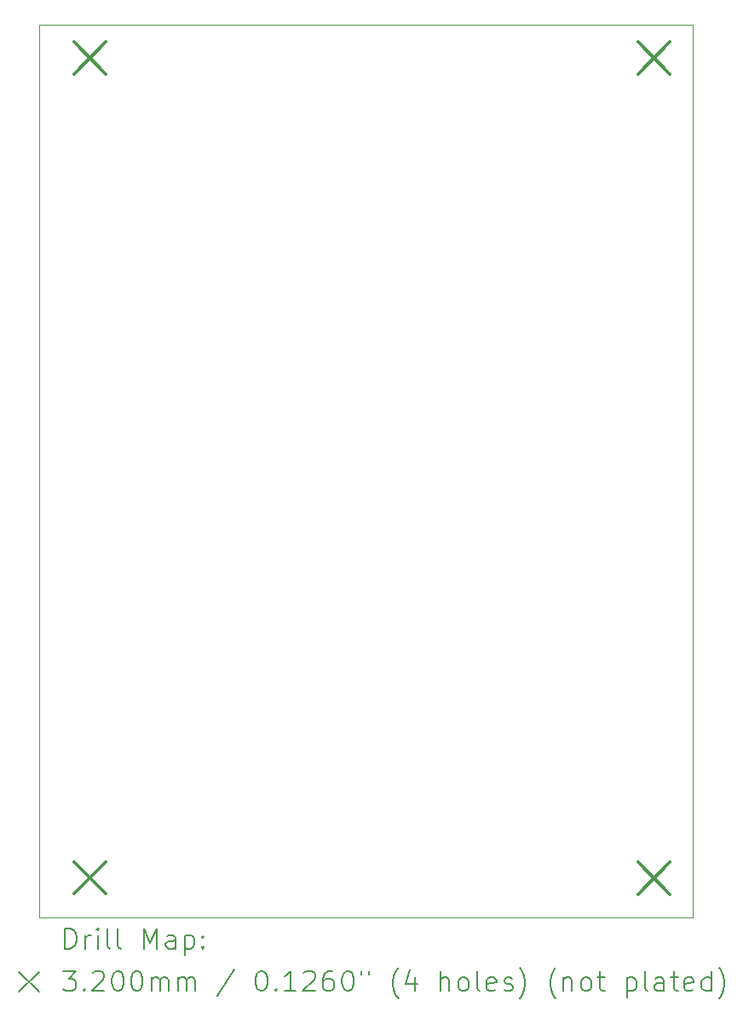
<source format=gbr>
%TF.GenerationSoftware,KiCad,Pcbnew,8.0.1*%
%TF.CreationDate,2025-03-07T14:58:42+02:00*%
%TF.ProjectId,robosoccer 3,726f626f-736f-4636-9365-7220332e6b69,rev?*%
%TF.SameCoordinates,Original*%
%TF.FileFunction,Drillmap*%
%TF.FilePolarity,Positive*%
%FSLAX45Y45*%
G04 Gerber Fmt 4.5, Leading zero omitted, Abs format (unit mm)*
G04 Created by KiCad (PCBNEW 8.0.1) date 2025-03-07 14:58:42*
%MOMM*%
%LPD*%
G01*
G04 APERTURE LIST*
%ADD10C,0.050000*%
%ADD11C,0.200000*%
%ADD12C,0.320000*%
G04 APERTURE END LIST*
D10*
X7168000Y-8035000D02*
X13661000Y-8035000D01*
X13661000Y-16898000D01*
X7168000Y-16898000D01*
X7168000Y-8035000D01*
D11*
D12*
X7512000Y-8209000D02*
X7832000Y-8529000D01*
X7832000Y-8209000D02*
X7512000Y-8529000D01*
X7512000Y-16348000D02*
X7832000Y-16668000D01*
X7832000Y-16348000D02*
X7512000Y-16668000D01*
X13117000Y-8209000D02*
X13437000Y-8529000D01*
X13437000Y-8209000D02*
X13117000Y-8529000D01*
X13117000Y-16353000D02*
X13437000Y-16673000D01*
X13437000Y-16353000D02*
X13117000Y-16673000D01*
D11*
X7426277Y-17211984D02*
X7426277Y-17011984D01*
X7426277Y-17011984D02*
X7473896Y-17011984D01*
X7473896Y-17011984D02*
X7502467Y-17021508D01*
X7502467Y-17021508D02*
X7521515Y-17040555D01*
X7521515Y-17040555D02*
X7531039Y-17059603D01*
X7531039Y-17059603D02*
X7540562Y-17097698D01*
X7540562Y-17097698D02*
X7540562Y-17126270D01*
X7540562Y-17126270D02*
X7531039Y-17164365D01*
X7531039Y-17164365D02*
X7521515Y-17183412D01*
X7521515Y-17183412D02*
X7502467Y-17202460D01*
X7502467Y-17202460D02*
X7473896Y-17211984D01*
X7473896Y-17211984D02*
X7426277Y-17211984D01*
X7626277Y-17211984D02*
X7626277Y-17078650D01*
X7626277Y-17116746D02*
X7635801Y-17097698D01*
X7635801Y-17097698D02*
X7645324Y-17088174D01*
X7645324Y-17088174D02*
X7664372Y-17078650D01*
X7664372Y-17078650D02*
X7683420Y-17078650D01*
X7750086Y-17211984D02*
X7750086Y-17078650D01*
X7750086Y-17011984D02*
X7740562Y-17021508D01*
X7740562Y-17021508D02*
X7750086Y-17031031D01*
X7750086Y-17031031D02*
X7759610Y-17021508D01*
X7759610Y-17021508D02*
X7750086Y-17011984D01*
X7750086Y-17011984D02*
X7750086Y-17031031D01*
X7873896Y-17211984D02*
X7854848Y-17202460D01*
X7854848Y-17202460D02*
X7845324Y-17183412D01*
X7845324Y-17183412D02*
X7845324Y-17011984D01*
X7978658Y-17211984D02*
X7959610Y-17202460D01*
X7959610Y-17202460D02*
X7950086Y-17183412D01*
X7950086Y-17183412D02*
X7950086Y-17011984D01*
X8207229Y-17211984D02*
X8207229Y-17011984D01*
X8207229Y-17011984D02*
X8273896Y-17154841D01*
X8273896Y-17154841D02*
X8340562Y-17011984D01*
X8340562Y-17011984D02*
X8340562Y-17211984D01*
X8521515Y-17211984D02*
X8521515Y-17107222D01*
X8521515Y-17107222D02*
X8511991Y-17088174D01*
X8511991Y-17088174D02*
X8492944Y-17078650D01*
X8492944Y-17078650D02*
X8454848Y-17078650D01*
X8454848Y-17078650D02*
X8435801Y-17088174D01*
X8521515Y-17202460D02*
X8502467Y-17211984D01*
X8502467Y-17211984D02*
X8454848Y-17211984D01*
X8454848Y-17211984D02*
X8435801Y-17202460D01*
X8435801Y-17202460D02*
X8426277Y-17183412D01*
X8426277Y-17183412D02*
X8426277Y-17164365D01*
X8426277Y-17164365D02*
X8435801Y-17145317D01*
X8435801Y-17145317D02*
X8454848Y-17135793D01*
X8454848Y-17135793D02*
X8502467Y-17135793D01*
X8502467Y-17135793D02*
X8521515Y-17126270D01*
X8616753Y-17078650D02*
X8616753Y-17278650D01*
X8616753Y-17088174D02*
X8635801Y-17078650D01*
X8635801Y-17078650D02*
X8673896Y-17078650D01*
X8673896Y-17078650D02*
X8692944Y-17088174D01*
X8692944Y-17088174D02*
X8702467Y-17097698D01*
X8702467Y-17097698D02*
X8711991Y-17116746D01*
X8711991Y-17116746D02*
X8711991Y-17173889D01*
X8711991Y-17173889D02*
X8702467Y-17192936D01*
X8702467Y-17192936D02*
X8692944Y-17202460D01*
X8692944Y-17202460D02*
X8673896Y-17211984D01*
X8673896Y-17211984D02*
X8635801Y-17211984D01*
X8635801Y-17211984D02*
X8616753Y-17202460D01*
X8797705Y-17192936D02*
X8807229Y-17202460D01*
X8807229Y-17202460D02*
X8797705Y-17211984D01*
X8797705Y-17211984D02*
X8788182Y-17202460D01*
X8788182Y-17202460D02*
X8797705Y-17192936D01*
X8797705Y-17192936D02*
X8797705Y-17211984D01*
X8797705Y-17088174D02*
X8807229Y-17097698D01*
X8807229Y-17097698D02*
X8797705Y-17107222D01*
X8797705Y-17107222D02*
X8788182Y-17097698D01*
X8788182Y-17097698D02*
X8797705Y-17088174D01*
X8797705Y-17088174D02*
X8797705Y-17107222D01*
X6965500Y-17440500D02*
X7165500Y-17640500D01*
X7165500Y-17440500D02*
X6965500Y-17640500D01*
X7407229Y-17431984D02*
X7531039Y-17431984D01*
X7531039Y-17431984D02*
X7464372Y-17508174D01*
X7464372Y-17508174D02*
X7492943Y-17508174D01*
X7492943Y-17508174D02*
X7511991Y-17517698D01*
X7511991Y-17517698D02*
X7521515Y-17527222D01*
X7521515Y-17527222D02*
X7531039Y-17546270D01*
X7531039Y-17546270D02*
X7531039Y-17593889D01*
X7531039Y-17593889D02*
X7521515Y-17612936D01*
X7521515Y-17612936D02*
X7511991Y-17622460D01*
X7511991Y-17622460D02*
X7492943Y-17631984D01*
X7492943Y-17631984D02*
X7435801Y-17631984D01*
X7435801Y-17631984D02*
X7416753Y-17622460D01*
X7416753Y-17622460D02*
X7407229Y-17612936D01*
X7616753Y-17612936D02*
X7626277Y-17622460D01*
X7626277Y-17622460D02*
X7616753Y-17631984D01*
X7616753Y-17631984D02*
X7607229Y-17622460D01*
X7607229Y-17622460D02*
X7616753Y-17612936D01*
X7616753Y-17612936D02*
X7616753Y-17631984D01*
X7702467Y-17451031D02*
X7711991Y-17441508D01*
X7711991Y-17441508D02*
X7731039Y-17431984D01*
X7731039Y-17431984D02*
X7778658Y-17431984D01*
X7778658Y-17431984D02*
X7797705Y-17441508D01*
X7797705Y-17441508D02*
X7807229Y-17451031D01*
X7807229Y-17451031D02*
X7816753Y-17470079D01*
X7816753Y-17470079D02*
X7816753Y-17489127D01*
X7816753Y-17489127D02*
X7807229Y-17517698D01*
X7807229Y-17517698D02*
X7692943Y-17631984D01*
X7692943Y-17631984D02*
X7816753Y-17631984D01*
X7940562Y-17431984D02*
X7959610Y-17431984D01*
X7959610Y-17431984D02*
X7978658Y-17441508D01*
X7978658Y-17441508D02*
X7988182Y-17451031D01*
X7988182Y-17451031D02*
X7997705Y-17470079D01*
X7997705Y-17470079D02*
X8007229Y-17508174D01*
X8007229Y-17508174D02*
X8007229Y-17555793D01*
X8007229Y-17555793D02*
X7997705Y-17593889D01*
X7997705Y-17593889D02*
X7988182Y-17612936D01*
X7988182Y-17612936D02*
X7978658Y-17622460D01*
X7978658Y-17622460D02*
X7959610Y-17631984D01*
X7959610Y-17631984D02*
X7940562Y-17631984D01*
X7940562Y-17631984D02*
X7921515Y-17622460D01*
X7921515Y-17622460D02*
X7911991Y-17612936D01*
X7911991Y-17612936D02*
X7902467Y-17593889D01*
X7902467Y-17593889D02*
X7892943Y-17555793D01*
X7892943Y-17555793D02*
X7892943Y-17508174D01*
X7892943Y-17508174D02*
X7902467Y-17470079D01*
X7902467Y-17470079D02*
X7911991Y-17451031D01*
X7911991Y-17451031D02*
X7921515Y-17441508D01*
X7921515Y-17441508D02*
X7940562Y-17431984D01*
X8131039Y-17431984D02*
X8150086Y-17431984D01*
X8150086Y-17431984D02*
X8169134Y-17441508D01*
X8169134Y-17441508D02*
X8178658Y-17451031D01*
X8178658Y-17451031D02*
X8188182Y-17470079D01*
X8188182Y-17470079D02*
X8197705Y-17508174D01*
X8197705Y-17508174D02*
X8197705Y-17555793D01*
X8197705Y-17555793D02*
X8188182Y-17593889D01*
X8188182Y-17593889D02*
X8178658Y-17612936D01*
X8178658Y-17612936D02*
X8169134Y-17622460D01*
X8169134Y-17622460D02*
X8150086Y-17631984D01*
X8150086Y-17631984D02*
X8131039Y-17631984D01*
X8131039Y-17631984D02*
X8111991Y-17622460D01*
X8111991Y-17622460D02*
X8102467Y-17612936D01*
X8102467Y-17612936D02*
X8092943Y-17593889D01*
X8092943Y-17593889D02*
X8083420Y-17555793D01*
X8083420Y-17555793D02*
X8083420Y-17508174D01*
X8083420Y-17508174D02*
X8092943Y-17470079D01*
X8092943Y-17470079D02*
X8102467Y-17451031D01*
X8102467Y-17451031D02*
X8111991Y-17441508D01*
X8111991Y-17441508D02*
X8131039Y-17431984D01*
X8283420Y-17631984D02*
X8283420Y-17498650D01*
X8283420Y-17517698D02*
X8292943Y-17508174D01*
X8292943Y-17508174D02*
X8311991Y-17498650D01*
X8311991Y-17498650D02*
X8340563Y-17498650D01*
X8340563Y-17498650D02*
X8359610Y-17508174D01*
X8359610Y-17508174D02*
X8369134Y-17527222D01*
X8369134Y-17527222D02*
X8369134Y-17631984D01*
X8369134Y-17527222D02*
X8378658Y-17508174D01*
X8378658Y-17508174D02*
X8397705Y-17498650D01*
X8397705Y-17498650D02*
X8426277Y-17498650D01*
X8426277Y-17498650D02*
X8445325Y-17508174D01*
X8445325Y-17508174D02*
X8454848Y-17527222D01*
X8454848Y-17527222D02*
X8454848Y-17631984D01*
X8550086Y-17631984D02*
X8550086Y-17498650D01*
X8550086Y-17517698D02*
X8559610Y-17508174D01*
X8559610Y-17508174D02*
X8578658Y-17498650D01*
X8578658Y-17498650D02*
X8607229Y-17498650D01*
X8607229Y-17498650D02*
X8626277Y-17508174D01*
X8626277Y-17508174D02*
X8635801Y-17527222D01*
X8635801Y-17527222D02*
X8635801Y-17631984D01*
X8635801Y-17527222D02*
X8645325Y-17508174D01*
X8645325Y-17508174D02*
X8664372Y-17498650D01*
X8664372Y-17498650D02*
X8692944Y-17498650D01*
X8692944Y-17498650D02*
X8711991Y-17508174D01*
X8711991Y-17508174D02*
X8721515Y-17527222D01*
X8721515Y-17527222D02*
X8721515Y-17631984D01*
X9111991Y-17422460D02*
X8940563Y-17679603D01*
X9369134Y-17431984D02*
X9388182Y-17431984D01*
X9388182Y-17431984D02*
X9407229Y-17441508D01*
X9407229Y-17441508D02*
X9416753Y-17451031D01*
X9416753Y-17451031D02*
X9426277Y-17470079D01*
X9426277Y-17470079D02*
X9435801Y-17508174D01*
X9435801Y-17508174D02*
X9435801Y-17555793D01*
X9435801Y-17555793D02*
X9426277Y-17593889D01*
X9426277Y-17593889D02*
X9416753Y-17612936D01*
X9416753Y-17612936D02*
X9407229Y-17622460D01*
X9407229Y-17622460D02*
X9388182Y-17631984D01*
X9388182Y-17631984D02*
X9369134Y-17631984D01*
X9369134Y-17631984D02*
X9350087Y-17622460D01*
X9350087Y-17622460D02*
X9340563Y-17612936D01*
X9340563Y-17612936D02*
X9331039Y-17593889D01*
X9331039Y-17593889D02*
X9321515Y-17555793D01*
X9321515Y-17555793D02*
X9321515Y-17508174D01*
X9321515Y-17508174D02*
X9331039Y-17470079D01*
X9331039Y-17470079D02*
X9340563Y-17451031D01*
X9340563Y-17451031D02*
X9350087Y-17441508D01*
X9350087Y-17441508D02*
X9369134Y-17431984D01*
X9521515Y-17612936D02*
X9531039Y-17622460D01*
X9531039Y-17622460D02*
X9521515Y-17631984D01*
X9521515Y-17631984D02*
X9511991Y-17622460D01*
X9511991Y-17622460D02*
X9521515Y-17612936D01*
X9521515Y-17612936D02*
X9521515Y-17631984D01*
X9721515Y-17631984D02*
X9607229Y-17631984D01*
X9664372Y-17631984D02*
X9664372Y-17431984D01*
X9664372Y-17431984D02*
X9645325Y-17460555D01*
X9645325Y-17460555D02*
X9626277Y-17479603D01*
X9626277Y-17479603D02*
X9607229Y-17489127D01*
X9797706Y-17451031D02*
X9807229Y-17441508D01*
X9807229Y-17441508D02*
X9826277Y-17431984D01*
X9826277Y-17431984D02*
X9873896Y-17431984D01*
X9873896Y-17431984D02*
X9892944Y-17441508D01*
X9892944Y-17441508D02*
X9902468Y-17451031D01*
X9902468Y-17451031D02*
X9911991Y-17470079D01*
X9911991Y-17470079D02*
X9911991Y-17489127D01*
X9911991Y-17489127D02*
X9902468Y-17517698D01*
X9902468Y-17517698D02*
X9788182Y-17631984D01*
X9788182Y-17631984D02*
X9911991Y-17631984D01*
X10083420Y-17431984D02*
X10045325Y-17431984D01*
X10045325Y-17431984D02*
X10026277Y-17441508D01*
X10026277Y-17441508D02*
X10016753Y-17451031D01*
X10016753Y-17451031D02*
X9997706Y-17479603D01*
X9997706Y-17479603D02*
X9988182Y-17517698D01*
X9988182Y-17517698D02*
X9988182Y-17593889D01*
X9988182Y-17593889D02*
X9997706Y-17612936D01*
X9997706Y-17612936D02*
X10007229Y-17622460D01*
X10007229Y-17622460D02*
X10026277Y-17631984D01*
X10026277Y-17631984D02*
X10064372Y-17631984D01*
X10064372Y-17631984D02*
X10083420Y-17622460D01*
X10083420Y-17622460D02*
X10092944Y-17612936D01*
X10092944Y-17612936D02*
X10102468Y-17593889D01*
X10102468Y-17593889D02*
X10102468Y-17546270D01*
X10102468Y-17546270D02*
X10092944Y-17527222D01*
X10092944Y-17527222D02*
X10083420Y-17517698D01*
X10083420Y-17517698D02*
X10064372Y-17508174D01*
X10064372Y-17508174D02*
X10026277Y-17508174D01*
X10026277Y-17508174D02*
X10007229Y-17517698D01*
X10007229Y-17517698D02*
X9997706Y-17527222D01*
X9997706Y-17527222D02*
X9988182Y-17546270D01*
X10226277Y-17431984D02*
X10245325Y-17431984D01*
X10245325Y-17431984D02*
X10264372Y-17441508D01*
X10264372Y-17441508D02*
X10273896Y-17451031D01*
X10273896Y-17451031D02*
X10283420Y-17470079D01*
X10283420Y-17470079D02*
X10292944Y-17508174D01*
X10292944Y-17508174D02*
X10292944Y-17555793D01*
X10292944Y-17555793D02*
X10283420Y-17593889D01*
X10283420Y-17593889D02*
X10273896Y-17612936D01*
X10273896Y-17612936D02*
X10264372Y-17622460D01*
X10264372Y-17622460D02*
X10245325Y-17631984D01*
X10245325Y-17631984D02*
X10226277Y-17631984D01*
X10226277Y-17631984D02*
X10207229Y-17622460D01*
X10207229Y-17622460D02*
X10197706Y-17612936D01*
X10197706Y-17612936D02*
X10188182Y-17593889D01*
X10188182Y-17593889D02*
X10178658Y-17555793D01*
X10178658Y-17555793D02*
X10178658Y-17508174D01*
X10178658Y-17508174D02*
X10188182Y-17470079D01*
X10188182Y-17470079D02*
X10197706Y-17451031D01*
X10197706Y-17451031D02*
X10207229Y-17441508D01*
X10207229Y-17441508D02*
X10226277Y-17431984D01*
X10369134Y-17431984D02*
X10369134Y-17470079D01*
X10445325Y-17431984D02*
X10445325Y-17470079D01*
X10740563Y-17708174D02*
X10731039Y-17698650D01*
X10731039Y-17698650D02*
X10711991Y-17670079D01*
X10711991Y-17670079D02*
X10702468Y-17651031D01*
X10702468Y-17651031D02*
X10692944Y-17622460D01*
X10692944Y-17622460D02*
X10683420Y-17574841D01*
X10683420Y-17574841D02*
X10683420Y-17536746D01*
X10683420Y-17536746D02*
X10692944Y-17489127D01*
X10692944Y-17489127D02*
X10702468Y-17460555D01*
X10702468Y-17460555D02*
X10711991Y-17441508D01*
X10711991Y-17441508D02*
X10731039Y-17412936D01*
X10731039Y-17412936D02*
X10740563Y-17403412D01*
X10902468Y-17498650D02*
X10902468Y-17631984D01*
X10854849Y-17422460D02*
X10807230Y-17565317D01*
X10807230Y-17565317D02*
X10931039Y-17565317D01*
X11159611Y-17631984D02*
X11159611Y-17431984D01*
X11245325Y-17631984D02*
X11245325Y-17527222D01*
X11245325Y-17527222D02*
X11235801Y-17508174D01*
X11235801Y-17508174D02*
X11216753Y-17498650D01*
X11216753Y-17498650D02*
X11188182Y-17498650D01*
X11188182Y-17498650D02*
X11169134Y-17508174D01*
X11169134Y-17508174D02*
X11159611Y-17517698D01*
X11369134Y-17631984D02*
X11350087Y-17622460D01*
X11350087Y-17622460D02*
X11340563Y-17612936D01*
X11340563Y-17612936D02*
X11331039Y-17593889D01*
X11331039Y-17593889D02*
X11331039Y-17536746D01*
X11331039Y-17536746D02*
X11340563Y-17517698D01*
X11340563Y-17517698D02*
X11350087Y-17508174D01*
X11350087Y-17508174D02*
X11369134Y-17498650D01*
X11369134Y-17498650D02*
X11397706Y-17498650D01*
X11397706Y-17498650D02*
X11416753Y-17508174D01*
X11416753Y-17508174D02*
X11426277Y-17517698D01*
X11426277Y-17517698D02*
X11435801Y-17536746D01*
X11435801Y-17536746D02*
X11435801Y-17593889D01*
X11435801Y-17593889D02*
X11426277Y-17612936D01*
X11426277Y-17612936D02*
X11416753Y-17622460D01*
X11416753Y-17622460D02*
X11397706Y-17631984D01*
X11397706Y-17631984D02*
X11369134Y-17631984D01*
X11550087Y-17631984D02*
X11531039Y-17622460D01*
X11531039Y-17622460D02*
X11521515Y-17603412D01*
X11521515Y-17603412D02*
X11521515Y-17431984D01*
X11702468Y-17622460D02*
X11683420Y-17631984D01*
X11683420Y-17631984D02*
X11645325Y-17631984D01*
X11645325Y-17631984D02*
X11626277Y-17622460D01*
X11626277Y-17622460D02*
X11616753Y-17603412D01*
X11616753Y-17603412D02*
X11616753Y-17527222D01*
X11616753Y-17527222D02*
X11626277Y-17508174D01*
X11626277Y-17508174D02*
X11645325Y-17498650D01*
X11645325Y-17498650D02*
X11683420Y-17498650D01*
X11683420Y-17498650D02*
X11702468Y-17508174D01*
X11702468Y-17508174D02*
X11711991Y-17527222D01*
X11711991Y-17527222D02*
X11711991Y-17546270D01*
X11711991Y-17546270D02*
X11616753Y-17565317D01*
X11788182Y-17622460D02*
X11807230Y-17631984D01*
X11807230Y-17631984D02*
X11845325Y-17631984D01*
X11845325Y-17631984D02*
X11864372Y-17622460D01*
X11864372Y-17622460D02*
X11873896Y-17603412D01*
X11873896Y-17603412D02*
X11873896Y-17593889D01*
X11873896Y-17593889D02*
X11864372Y-17574841D01*
X11864372Y-17574841D02*
X11845325Y-17565317D01*
X11845325Y-17565317D02*
X11816753Y-17565317D01*
X11816753Y-17565317D02*
X11797706Y-17555793D01*
X11797706Y-17555793D02*
X11788182Y-17536746D01*
X11788182Y-17536746D02*
X11788182Y-17527222D01*
X11788182Y-17527222D02*
X11797706Y-17508174D01*
X11797706Y-17508174D02*
X11816753Y-17498650D01*
X11816753Y-17498650D02*
X11845325Y-17498650D01*
X11845325Y-17498650D02*
X11864372Y-17508174D01*
X11940563Y-17708174D02*
X11950087Y-17698650D01*
X11950087Y-17698650D02*
X11969134Y-17670079D01*
X11969134Y-17670079D02*
X11978658Y-17651031D01*
X11978658Y-17651031D02*
X11988182Y-17622460D01*
X11988182Y-17622460D02*
X11997706Y-17574841D01*
X11997706Y-17574841D02*
X11997706Y-17536746D01*
X11997706Y-17536746D02*
X11988182Y-17489127D01*
X11988182Y-17489127D02*
X11978658Y-17460555D01*
X11978658Y-17460555D02*
X11969134Y-17441508D01*
X11969134Y-17441508D02*
X11950087Y-17412936D01*
X11950087Y-17412936D02*
X11940563Y-17403412D01*
X12302468Y-17708174D02*
X12292944Y-17698650D01*
X12292944Y-17698650D02*
X12273896Y-17670079D01*
X12273896Y-17670079D02*
X12264372Y-17651031D01*
X12264372Y-17651031D02*
X12254849Y-17622460D01*
X12254849Y-17622460D02*
X12245325Y-17574841D01*
X12245325Y-17574841D02*
X12245325Y-17536746D01*
X12245325Y-17536746D02*
X12254849Y-17489127D01*
X12254849Y-17489127D02*
X12264372Y-17460555D01*
X12264372Y-17460555D02*
X12273896Y-17441508D01*
X12273896Y-17441508D02*
X12292944Y-17412936D01*
X12292944Y-17412936D02*
X12302468Y-17403412D01*
X12378658Y-17498650D02*
X12378658Y-17631984D01*
X12378658Y-17517698D02*
X12388182Y-17508174D01*
X12388182Y-17508174D02*
X12407230Y-17498650D01*
X12407230Y-17498650D02*
X12435801Y-17498650D01*
X12435801Y-17498650D02*
X12454849Y-17508174D01*
X12454849Y-17508174D02*
X12464372Y-17527222D01*
X12464372Y-17527222D02*
X12464372Y-17631984D01*
X12588182Y-17631984D02*
X12569134Y-17622460D01*
X12569134Y-17622460D02*
X12559611Y-17612936D01*
X12559611Y-17612936D02*
X12550087Y-17593889D01*
X12550087Y-17593889D02*
X12550087Y-17536746D01*
X12550087Y-17536746D02*
X12559611Y-17517698D01*
X12559611Y-17517698D02*
X12569134Y-17508174D01*
X12569134Y-17508174D02*
X12588182Y-17498650D01*
X12588182Y-17498650D02*
X12616753Y-17498650D01*
X12616753Y-17498650D02*
X12635801Y-17508174D01*
X12635801Y-17508174D02*
X12645325Y-17517698D01*
X12645325Y-17517698D02*
X12654849Y-17536746D01*
X12654849Y-17536746D02*
X12654849Y-17593889D01*
X12654849Y-17593889D02*
X12645325Y-17612936D01*
X12645325Y-17612936D02*
X12635801Y-17622460D01*
X12635801Y-17622460D02*
X12616753Y-17631984D01*
X12616753Y-17631984D02*
X12588182Y-17631984D01*
X12711992Y-17498650D02*
X12788182Y-17498650D01*
X12740563Y-17431984D02*
X12740563Y-17603412D01*
X12740563Y-17603412D02*
X12750087Y-17622460D01*
X12750087Y-17622460D02*
X12769134Y-17631984D01*
X12769134Y-17631984D02*
X12788182Y-17631984D01*
X13007230Y-17498650D02*
X13007230Y-17698650D01*
X13007230Y-17508174D02*
X13026277Y-17498650D01*
X13026277Y-17498650D02*
X13064373Y-17498650D01*
X13064373Y-17498650D02*
X13083420Y-17508174D01*
X13083420Y-17508174D02*
X13092944Y-17517698D01*
X13092944Y-17517698D02*
X13102468Y-17536746D01*
X13102468Y-17536746D02*
X13102468Y-17593889D01*
X13102468Y-17593889D02*
X13092944Y-17612936D01*
X13092944Y-17612936D02*
X13083420Y-17622460D01*
X13083420Y-17622460D02*
X13064373Y-17631984D01*
X13064373Y-17631984D02*
X13026277Y-17631984D01*
X13026277Y-17631984D02*
X13007230Y-17622460D01*
X13216753Y-17631984D02*
X13197706Y-17622460D01*
X13197706Y-17622460D02*
X13188182Y-17603412D01*
X13188182Y-17603412D02*
X13188182Y-17431984D01*
X13378658Y-17631984D02*
X13378658Y-17527222D01*
X13378658Y-17527222D02*
X13369134Y-17508174D01*
X13369134Y-17508174D02*
X13350087Y-17498650D01*
X13350087Y-17498650D02*
X13311992Y-17498650D01*
X13311992Y-17498650D02*
X13292944Y-17508174D01*
X13378658Y-17622460D02*
X13359611Y-17631984D01*
X13359611Y-17631984D02*
X13311992Y-17631984D01*
X13311992Y-17631984D02*
X13292944Y-17622460D01*
X13292944Y-17622460D02*
X13283420Y-17603412D01*
X13283420Y-17603412D02*
X13283420Y-17584365D01*
X13283420Y-17584365D02*
X13292944Y-17565317D01*
X13292944Y-17565317D02*
X13311992Y-17555793D01*
X13311992Y-17555793D02*
X13359611Y-17555793D01*
X13359611Y-17555793D02*
X13378658Y-17546270D01*
X13445325Y-17498650D02*
X13521515Y-17498650D01*
X13473896Y-17431984D02*
X13473896Y-17603412D01*
X13473896Y-17603412D02*
X13483420Y-17622460D01*
X13483420Y-17622460D02*
X13502468Y-17631984D01*
X13502468Y-17631984D02*
X13521515Y-17631984D01*
X13664373Y-17622460D02*
X13645325Y-17631984D01*
X13645325Y-17631984D02*
X13607230Y-17631984D01*
X13607230Y-17631984D02*
X13588182Y-17622460D01*
X13588182Y-17622460D02*
X13578658Y-17603412D01*
X13578658Y-17603412D02*
X13578658Y-17527222D01*
X13578658Y-17527222D02*
X13588182Y-17508174D01*
X13588182Y-17508174D02*
X13607230Y-17498650D01*
X13607230Y-17498650D02*
X13645325Y-17498650D01*
X13645325Y-17498650D02*
X13664373Y-17508174D01*
X13664373Y-17508174D02*
X13673896Y-17527222D01*
X13673896Y-17527222D02*
X13673896Y-17546270D01*
X13673896Y-17546270D02*
X13578658Y-17565317D01*
X13845325Y-17631984D02*
X13845325Y-17431984D01*
X13845325Y-17622460D02*
X13826277Y-17631984D01*
X13826277Y-17631984D02*
X13788182Y-17631984D01*
X13788182Y-17631984D02*
X13769134Y-17622460D01*
X13769134Y-17622460D02*
X13759611Y-17612936D01*
X13759611Y-17612936D02*
X13750087Y-17593889D01*
X13750087Y-17593889D02*
X13750087Y-17536746D01*
X13750087Y-17536746D02*
X13759611Y-17517698D01*
X13759611Y-17517698D02*
X13769134Y-17508174D01*
X13769134Y-17508174D02*
X13788182Y-17498650D01*
X13788182Y-17498650D02*
X13826277Y-17498650D01*
X13826277Y-17498650D02*
X13845325Y-17508174D01*
X13921515Y-17708174D02*
X13931039Y-17698650D01*
X13931039Y-17698650D02*
X13950087Y-17670079D01*
X13950087Y-17670079D02*
X13959611Y-17651031D01*
X13959611Y-17651031D02*
X13969134Y-17622460D01*
X13969134Y-17622460D02*
X13978658Y-17574841D01*
X13978658Y-17574841D02*
X13978658Y-17536746D01*
X13978658Y-17536746D02*
X13969134Y-17489127D01*
X13969134Y-17489127D02*
X13959611Y-17460555D01*
X13959611Y-17460555D02*
X13950087Y-17441508D01*
X13950087Y-17441508D02*
X13931039Y-17412936D01*
X13931039Y-17412936D02*
X13921515Y-17403412D01*
M02*

</source>
